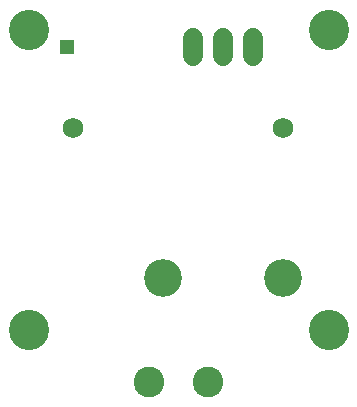
<source format=gbs>
G75*
G70*
%OFA0B0*%
%FSLAX24Y24*%
%IPPOS*%
%LPD*%
%AMOC8*
5,1,8,0,0,1.08239X$1,22.5*
%
%ADD10C,0.1340*%
%ADD11C,0.0680*%
%ADD12C,0.1261*%
%ADD13C,0.0680*%
%ADD14C,0.1025*%
%ADD15R,0.0476X0.0476*%
D10*
X001472Y003931D03*
X001472Y013931D03*
X011472Y013931D03*
X011472Y003931D03*
D11*
X009957Y010651D03*
X002957Y010651D03*
D12*
X005957Y005651D03*
X009957Y005651D03*
D13*
X008952Y013071D02*
X008952Y013671D01*
X007952Y013671D02*
X007952Y013071D01*
X006952Y013071D02*
X006952Y013671D01*
D14*
X007465Y002191D03*
X005497Y002191D03*
D15*
X002742Y013361D03*
M02*

</source>
